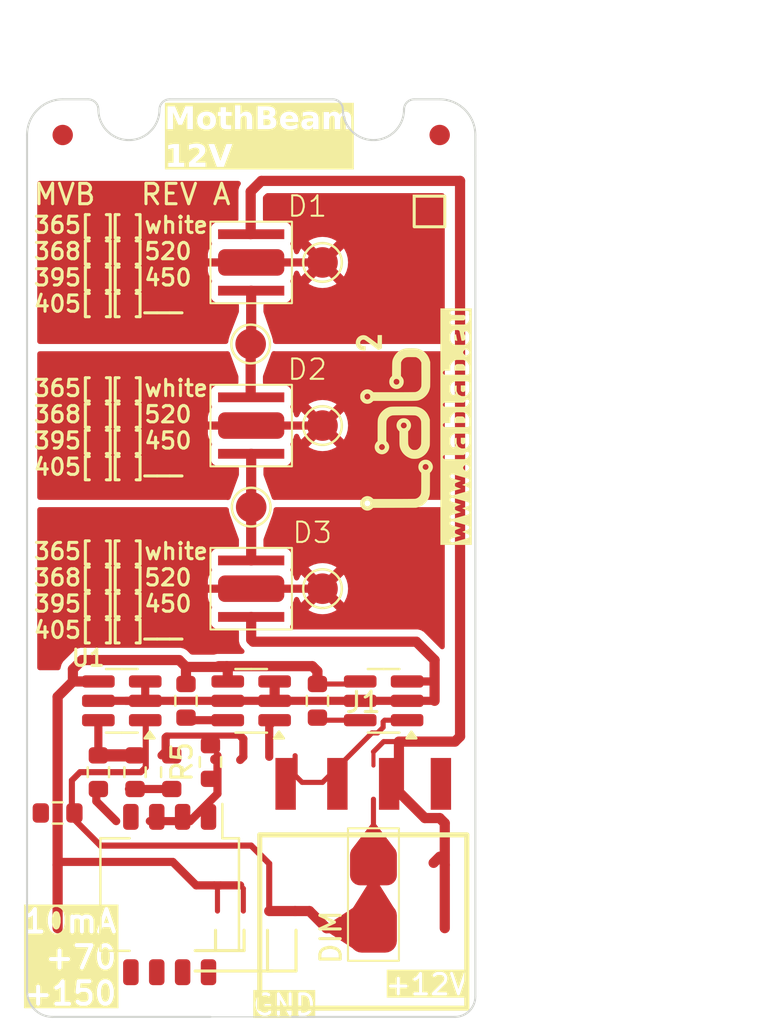
<source format=kicad_pcb>
(kicad_pcb (version 20241229) (generator "pcbnew") (generator_version "9.0")
  (layers (0 "F.Cu" signal) (2 "B.Cu" signal) (13 "F.Paste" user) (15 "B.Paste" user) (5 "F.SilkS" user "F.Silkscreen") (7 "B.SilkS" user "B.Silkscreen") (1 "F.Mask" user) (3 "B.Mask" user) (25 "Edge.Cuts" user))
  (net 0 "")
  (net 1 "/LED-")
  (net 2 "Net-(D1-K)")
  (net 3 "Net-(D2-K)")
  (net 4 "Net-(U3-REXT)")
  (net 5 "/LED+")
  (net 6 "EN")
  (net 7 "GND")
  (net 8 "Net-(R4-Pad2)")
  (net 9 "Net-(U1-REXT)")
  (net 10 "Net-(U2-REXT)")
  (net 11 "/T1")
  (net 12 "/T2")
  (net 13 "/T3")
  (net 14 "Net-(R6-Pad2)")
  (net 15 "Net-(R2-Pad2)")
  (net 16 "Net-(R3-Pad2)")
  (net 17 "Net-(U2-EN)")
  (net 18 "Net-(U3-EN)")
  (footprint "Fiducial:Fiducial_1mm_Mask3mm" (layer "F.Cu") (at 124.25 31.75)
    (property "Reference" "FID3" (hide yes))
    (property "Value" "Fiducial")
    (pad "" smd circle (at 0 0) (size 1 1) (layers "F.Cu" "F.Mask"))
  )
  (footprint "Button_Switch_SMD:SW_DIP_SPSTx04_Slide_KingTek_DSHP04TS_W7.62mm_P1.27mm" (layer "F.Cu") (at 111 69 -90)
    (property "Reference" "SW2" (hide yes))
    (property "Value" "SW_DIP_x04")
    (fp_line (start -2.76 3.4) (end 2.76 3.4) (stroke (width 0.12)) (layer "F.SilkS"))
    (fp_line (start -2.76 3.4) (end -2.76 1.965) (stroke (width 0.12)) (layer "F.SilkS"))
    (fp_line (start 2.76 3.4) (end 2.76 1.965) (stroke (width 0.12)) (layer "F.SilkS"))
    (fp_line (start -4.445 -2.585) (end -2.76 -2.585) (stroke (width 0.12)) (layer "F.SilkS"))
    (fp_line (start -2.76 -3.4) (end -2.76 -2.585) (stroke (width 0.12)) (layer "F.SilkS"))
    (fp_line (start -2.76 -3.4) (end 2.76 -3.4) (stroke (width 0.12)) (layer "F.SilkS"))
    (fp_line (start 2.76 -3.4) (end 2.76 -1.965) (stroke (width 0.12)) (layer "F.SilkS"))
    (pad "1" smd roundrect (at -3.81 -1.905 270) (size 1.27 0.76) (layers "F.Cu" "F.Mask" "F.Paste") (net 18 "Net-(U3-EN)"))
    (pad "2" smd roundrect (at -3.81 -0.635 270) (size 1.27 0.76) (layers "F.Cu" "F.Mask" "F.Paste") (net 17 "Net-(U2-EN)"))
    (pad "3" smd roundrect (at -3.81 0.635 270) (size 1.27 0.76) (layers "F.Cu" "F.Mask" "F.Paste") (net 14 "Net-(R6-Pad2)"))
    (pad "4" smd roundrect (at -3.81 1.905 270) (size 1.27 0.76) (layers "F.Cu" "F.Mask" "F.Paste") (net 8 "Net-(R4-Pad2)"))
    (pad "5" smd roundrect (at 3.81 1.905 270) (size 1.27 0.76) (layers "F.Cu" "F.Mask" "F.Paste") (net 7 "GND"))
    (pad "6" smd roundrect (at 3.81 0.635 270) (size 1.27 0.76) (layers "F.Cu" "F.Mask" "F.Paste") (net 7 "GND"))
    (pad "7" smd roundrect (at 3.81 -0.635 270) (size 1.27 0.76) (layers "F.Cu" "F.Mask" "F.Paste") (net 6 "EN"))
    (pad "8" smd roundrect (at 3.81 -1.905 270) (size 1.27 0.76) (layers "F.Cu" "F.Mask" "F.Paste") (net 6 "EN"))
  )
  (footprint "Resistor_SMD:R_0603_1608Metric" (layer "F.Cu") (at 111.1 63 90)
    (property "Reference" "R6" (hide yes))
    (property "Value" "5.1 1/3 W")
    (fp_line (start -0.237258 -0.5225) (end 0.237258 -0.5225) (stroke (width 0.12)) (layer "F.SilkS"))
    (fp_line (start -0.237258 0.5225) (end 0.237258 0.5225) (stroke (width 0.12)) (layer "F.SilkS"))
    (pad "1" smd roundrect (at -0.825 0 90) (size 0.8 0.95) (layers "F.Cu" "F.Mask" "F.Paste") (net 15 "Net-(R2-Pad2)"))
    (pad "2" smd roundrect (at 0.825 0 90) (size 0.8 0.95) (layers "F.Cu" "F.Mask" "F.Paste") (net 14 "Net-(R6-Pad2)"))
  )
  (footprint "Resistor_SMD:R_0603_1608Metric" (layer "F.Cu") (at 111.8 59.5 90)
    (property "Reference" "R9" (hide yes))
    (property "Value" "5.1 1/3 W")
    (fp_line (start -0.237258 -0.5225) (end 0.237258 -0.5225) (stroke (width 0.12)) (layer "F.SilkS"))
    (fp_line (start -0.237258 0.5225) (end 0.237258 0.5225) (stroke (width 0.12)) (layer "F.SilkS"))
    (pad "1" smd roundrect (at -0.825 0 90) (size 0.8 0.95) (layers "F.Cu" "F.Mask" "F.Paste") (net 10 "Net-(U2-REXT)"))
    (pad "2" smd roundrect (at 0.825 0 90) (size 0.8 0.95) (layers "F.Cu" "F.Mask" "F.Paste") (net 7 "GND"))
  )
  (footprint "TestPoint:TestPoint_Pad_D1.5mm" (layer "F.Cu") (at 115 50)
    (property "Reference" "TP1" (hide yes))
    (property "Value" "LED2+")
    (fp_circle (center 0 0) (end 0 0.95) (stroke (width 0.12)) (fill no) (layer "F.SilkS"))
    (pad "1" smd circle (at 0 0) (size 1.5 1.5) (layers "F.Cu" "F.Mask") (net 3 "Net-(D2-K)"))
  )
  (footprint "Fiducial:Fiducial_1mm_Mask3mm" (layer "F.Cu") (at 105.75 31.75)
    (property "Reference" "FID2" (hide yes))
    (property "Value" "Fiducial")
    (pad "" smd circle (at 0 0) (size 1 1) (layers "F.Cu" "F.Mask"))
  )
  (footprint "TestPoint:TestPoint_Pad_D1.5mm" (layer "F.Cu") (at 118.5 38)
    (property "Reference" "TP2" (hide yes))
    (property "Value" "LED2+")
    (fp_circle (center 0 0) (end 0 0.95) (stroke (width 0.12)) (fill no) (layer "F.SilkS"))
    (pad "1" smd circle (at 0 0) (size 1.5 1.5) (layers "F.Cu" "F.Mask") (net 11 "/T1"))
  )
  (footprint "TestPoint:TestPoint_Pad_D1.5mm" (layer "F.Cu") (at 118.5 54)
    (property "Reference" "TP5" (hide yes))
    (property "Value" "LED2+")
    (fp_circle (center 0 0) (end 0 0.95) (stroke (width 0.12)) (fill no) (layer "F.SilkS"))
    (pad "1" smd circle (at 0 0) (size 1.5 1.5) (layers "F.Cu" "F.Mask") (net 13 "/T3"))
  )
  (footprint "Package_TO_SOT_SMD:SC-74-6_1.55x2.9mm_P0.95mm" (layer "F.Cu") (at 108.65 59.5 180)
    (property "Reference" "U1" (at 1.65 2.1 0) (layer "F.SilkS") (effects (font (size 0.8 0.8))))
    (property "Value" "BCR421U")
    (fp_line (start 0 1.56) (end 0.775 1.56) (stroke (width 0.12)) (layer "F.SilkS"))
    (fp_line (start 0 1.56) (end -0.775 1.56) (stroke (width 0.12)) (layer "F.SilkS"))
    (fp_line (start 0 -1.56) (end 0.775 -1.56) (stroke (width 0.12)) (layer "F.SilkS"))
    (fp_line (start 0 -1.56) (end -0.775 -1.56) (stroke (width 0.12)) (layer "F.SilkS"))
    (fp_poly (pts (xy -1.3625 -1.51) (xy -1.6025 -1.84) (xy -1.1225 -1.84)) (stroke (width 0.12)) (fill yes) (layer "F.SilkS"))
    (pad "1" smd roundrect (at -1.15 -0.95 180) (size 1.6 0.6) (layers "F.Cu" "F.Mask" "F.Paste") (net 6 "EN"))
    (pad "2" smd roundrect (at -1.15 0 180) (size 1.6 0.6) (layers "F.Cu" "F.Mask" "F.Paste") (net 1 "/LED-"))
    (pad "3" smd roundrect (at -1.15 0.95 180) (size 1.6 0.6) (layers "F.Cu" "F.Mask" "F.Paste") (net 1 "/LED-"))
    (pad "4" smd roundrect (at 1.15 0.95 180) (size 1.6 0.6) (layers "F.Cu" "F.Mask" "F.Paste") (net 7 "GND"))
    (pad "5" smd roundrect (at 1.15 0 180) (size 1.6 0.6) (layers "F.Cu" "F.Mask" "F.Paste") (net 1 "/LED-"))
    (pad "6" smd roundrect (at 1.15 -0.95 180) (size 1.6 0.6) (layers "F.Cu" "F.Mask" "F.Paste") (net 9 "Net-(U1-REXT)"))
  )
  (footprint "TestPoint:TestPoint_Pad_D1.5mm" (layer "F.Cu") (at 114.9746 42)
    (property "Reference" "TP3" (hide yes))
    (property "Value" "LED2+" (hide yes))
    (fp_circle (center 0 0) (end 0 0.95) (stroke (width 0.12)) (fill no) (layer "F.SilkS"))
    (pad "1" smd circle (at 0 0) (size 1.5 1.5) (layers "F.Cu" "F.Mask") (net 2 "Net-(D1-K)"))
  )
  (footprint "Resistor_SMD:R_0603_1608Metric" (layer "F.Cu") (at 118.25 59.5 90)
    (property "Reference" "R1" (hide yes))
    (property "Value" "5.1 1/3 W")
    (fp_line (start -0.237258 -0.5225) (end 0.237258 -0.5225) (stroke (width 0.12)) (layer "F.SilkS"))
    (fp_line (start -0.237258 0.5225) (end 0.237258 0.5225) (stroke (width 0.12)) (layer "F.SilkS"))
    (pad "1" smd roundrect (at -0.825 0 90) (size 0.8 0.95) (layers "F.Cu" "F.Mask" "F.Paste") (net 4 "Net-(U3-REXT)"))
    (pad "2" smd roundrect (at 0.825 0 90) (size 0.8 0.95) (layers "F.Cu" "F.Mask" "F.Paste") (net 7 "GND"))
  )
  (footprint "Resistor_SMD:R_0603_1608Metric" (layer "F.Cu") (at 105.5 65 180)
    (property "Reference" "R4" (hide yes))
    (property "Value" "5.1 1/3 W")
    (fp_line (start -0.237258 0.5225) (end 0.237258 0.5225) (stroke (width 0.12)) (layer "F.SilkS"))
    (fp_line (start -0.237258 -0.5225) (end 0.237258 -0.5225) (stroke (width 0.12)) (layer "F.SilkS"))
    (pad "1" smd roundrect (at -0.825 0 180) (size 0.8 0.95) (layers "F.Cu" "F.Mask" "F.Paste") (net 16 "Net-(R3-Pad2)"))
    (pad "2" smd roundrect (at 0.825 0 180) (size 0.8 0.95) (layers "F.Cu" "F.Mask" "F.Paste") (net 8 "Net-(R4-Pad2)"))
  )
  (footprint "Resistor_SMD:R_0603_1608Metric" (layer "F.Cu") (at 113 62.5 -90)
    (property "Reference" "R5" (at 0 1.4 90) (layer "F.SilkS"))
    (property "Value" "5.1 1/3 W")
    (fp_line (start -0.237258 0.5225) (end 0.237258 0.5225) (stroke (width 0.12)) (layer "F.SilkS"))
    (fp_line (start -0.237258 -0.5225) (end 0.237258 -0.5225) (stroke (width 0.12)) (layer "F.SilkS"))
    (pad "1" smd roundrect (at -0.825 0 270) (size 0.8 0.95) (layers "F.Cu" "F.Mask" "F.Paste") (net 5 "/LED+"))
    (pad "2" smd roundrect (at 0.825 0 270) (size 0.8 0.95) (layers "F.Cu" "F.Mask" "F.Paste") (net 6 "EN"))
  )
  (footprint "LabLab:Wuerth_HP_Ceramic" (layer "F.Cu") (at 115 38 90)
    (property "Reference" "D1" (at 2.75 2.75 0) (layer "F.SilkS") (effects (font (thickness 0.1))))
    (property "Value" "LED1")
    (fp_rect (start -2 -2) (end 2 2) (stroke (width 0.1)) (fill no) (layer "F.SilkS"))
    (pad "1" smd custom (at -1.385 0 90) (size 0.48 3.25) (layers "F.Cu" "F.Mask" "F.Paste") (net 2 "Net-(D1-K)") (options (clearance outline) (anchor rect)) (primitives (gr_bbox (start -0.75 -0.25) (end 0 0.25) (fill yes))))
    (pad "2" smd custom (at 1.385 0 90) (size 0.48 3.25) (layers "F.Cu" "F.Mask" "F.Paste") (net 5 "/LED+") (options (clearance outline) (anchor rect)) (primitives (gr_bbox (start 0 -0.25) (end 0.75 0.25) (fill yes))))
    (pad "3" smd roundrect (at 0 0 90) (size 1.3 3.25) (layers "F.Cu" "F.Mask" "F.Paste") (net 11 "/T1"))
  )
  (footprint "Package_TO_SOT_SMD:SC-74-6_1.55x2.9mm_P0.95mm" (layer "F.Cu") (at 115 59.5 180)
    (property "Reference" "U2" (hide yes))
    (property "Value" "BCR421U")
    (fp_line (start 0 1.56) (end 0.775 1.56) (stroke (width 0.12)) (layer "F.SilkS"))
    (fp_line (start 0 1.56) (end -0.775 1.56) (stroke (width 0.12)) (layer "F.SilkS"))
    (fp_line (start 0 -1.56) (end 0.775 -1.56) (stroke (width 0.12)) (layer "F.SilkS"))
    (fp_line (start 0 -1.56) (end -0.775 -1.56) (stroke (width 0.12)) (layer "F.SilkS"))
    (fp_poly (pts (xy -1.3625 -1.51) (xy -1.6025 -1.84) (xy -1.1225 -1.84)) (stroke (width 0.12)) (fill yes) (layer "F.SilkS"))
    (pad "1" smd roundrect (at -1.15 -0.95 180) (size 1.6 0.6) (layers "F.Cu" "F.Mask" "F.Paste") (net 17 "Net-(U2-EN)"))
    (pad "2" smd roundrect (at -1.15 0 180) (size 1.6 0.6) (layers "F.Cu" "F.Mask" "F.Paste") (net 1 "/LED-"))
    (pad "3" smd roundrect (at -1.15 0.95 180) (size 1.6 0.6) (layers "F.Cu" "F.Mask" "F.Paste") (net 1 "/LED-"))
    (pad "4" smd roundrect (at 1.15 0.95 180) (size 1.6 0.6) (layers "F.Cu" "F.Mask" "F.Paste") (net 7 "GND"))
    (pad "5" smd roundrect (at 1.15 0 180) (size 1.6 0.6) (layers "F.Cu" "F.Mask" "F.Paste") (net 1 "/LED-"))
    (pad "6" smd roundrect (at 1.15 -0.95 180) (size 1.6 0.6) (layers "F.Cu" "F.Mask" "F.Paste") (net 10 "Net-(U2-REXT)"))
  )
  (footprint "LabLab:2834171-3" (layer "F.Cu") (at 121 69 90)
    (property "Reference" "J3" (hide yes))
    (property "Value" "EN")
    (fp_rect (start -3.25 -1.25) (end 3.25 1.25) (stroke (width 0.1)) (fill no) (layer "F.SilkS"))
    (pad "1" smd roundrect (at -1.65 0 90) (size 2.4 2.3) (layers "F.Cu" "F.Mask" "F.Paste") (net 6 "EN"))
    (pad "1" smd roundrect (at 1.45 0 90) (size 2 2.3) (layers "F.Cu" "F.Mask" "F.Paste") (net 6 "EN"))
  )
  (footprint "LabLab:logo_10mm_5mm" (layer "F.Cu") (at 122 46 90)
    (property "Reference" "H1" (hide yes))
    (property "Value" "LabLab Logo" (hide yes))
    (fp_poly (pts (xy 4.137674 -1.860048) (xy 4.21182 -1.836442) (xy 4.278747 -1.798387) (xy 4.336456 -1.746937) (xy 4.370075 -1.703848) (xy 4.408129 -1.63249) (xy 4.429936 -1.557722) (xy 4.435344 -1.481276) (xy 4.424205 -1.404882) (xy 4.401603 -1.341262) (xy 4.39173 -1.324062) (xy 4.372803 -1.295131) (xy 4.346162 -1.256367) (xy 4.313145 -1.209666) (xy 4.275093 -1.156927) (xy 4.233344 -1.100047) (xy 4.1953 -1.048993) (xy 4.009381 -0.801249) (xy 4.224191 -0.798959) (xy 4.439002 -0.79667) (xy 4.439002 -0.582726) (xy 3.787876 -0.582726) (xy 3.744869 -0.668428) (xy 3.701861 -0.754131) (xy 3.947051 -1.080817) (xy 3.996817 -1.147387) (xy 4.043698 -1.210601) (xy 4.08662 -1.268977) (xy 4.124511 -1.321033) (xy 4.156299 -1.365288) (xy 4.180911 -1.400258) (xy 4.197275 -1.424462) (xy 4.204218 -1.436169) (xy 4.2154 -1.48326) (xy 4.211242 -1.529738) (xy 4.193393 -1.572713) (xy 4.163498 -1.609294) (xy 4.123206 -1.636588) (xy 4.082216 -1.650288) (xy 4.045939 -1.650605) (xy 4.005709 -1.640278) (xy 3.968943 -1.621489) (xy 3.959192 -1.614105) (xy 3.934475 -1.58926) (xy 3.917554 -1.561036) (xy 3.906822 -1.525315) (xy 3.900672 -1.477978) (xy 3.899493 -1.4611) (xy 3.894838 -1.383975) (xy 3.680601 -1.383975) (xy 3.68199 -1.471617) (xy 3.687269 -1.548858) (xy 3.701372 -1.614168) (xy 3.725706 -1.671069) (xy 3.761679 -1.723082) (xy 3.798048 -1.761875) (xy 3.855979 -1.810039) (xy 3.915159 -1.842779) (xy 3.979339 -1.861629) (xy 4.052273 -1.86812) (xy 4.058312 -1.868151)) (fill yes) (layer "F.SilkS"))
    (fp_poly (pts (xy -3.770753 -1.649153) (xy -3.739967 -1.647133) (xy -3.71583 -1.642685) (xy -3.693106 -1.634924) (xy -3.672629 -1.62583) (xy -3.602829 -1.58445) (xy -3.545951 -1.531862) (xy -3.502202 -1.468347) (xy -3.471788 -1.394189) (xy -3.457811 -1.331489) (xy -3.456595 -1.290576) (xy -3.462797 -1.241333) (xy -3.475197 -1.190236) (xy -3.49258 -1.14376) (xy -3.493448 -1.141906) (xy -3.510915 -1.111419) (xy -3.535047 -1.077161) (xy -3.556955 -1.050725) (xy -3.59919 -1.004514) (xy -3.59919 0.002174) (xy -3.599114 0.170368) (xy -3.598887 0.325175) (xy -3.598513 0.466222) (xy -3.597995 0.593137) (xy -3.597336 0.705547) (xy -3.596539 0.803078) (xy -3.595607 0.885358) (xy -3.594544 0.952013) (xy -3.593351 1.002672) (xy -3.592033 1.03696) (xy -3.590592 1.054505) (xy -3.590501 1.055021) (xy -3.568772 1.125839) (xy -3.532637 1.189801) (xy -3.484105 1.244972) (xy -3.425188 1.289419) (xy -3.357895 1.321206) (xy -3.298018 1.336444) (xy -3.277208 1.33838) (xy -3.240596 1.340127) (xy -3.189518 1.341661) (xy -3.125312 1.34296) (xy -3.049312 1.344001) (xy -2.962857 1.344761) (xy -2.867281 1.345216) (xy -2.781631 1.345347) (xy -2.319706 1.345411) (xy -2.275322 1.303435) (xy -2.214081 1.256004) (xy -2.148579 1.223857) (xy -2.080695 1.206274) (xy -2.012306 1.202536) (xy -1.945291 1.211925) (xy -1.88153 1.233722) (xy -1.822899 1.267209) (xy -1.77128 1.311667) (xy -1.728548 1.366378) (xy -1.696585 1.430622) (xy -1.677267 1.503682) (xy -1.673633 1.5336) (xy -1.675428 1.609164) (xy -1.692895 1.680344) (xy -1.724781 1.745456) (xy -1.769835 1.802816) (xy -1.826803 1.850739) (xy -1.894434 1.887541) (xy -1.951217 1.906785) (xy -2.002013 1.916591) (xy -2.049856 1.917311) (xy -2.098017 1.910398) (xy -2.162089 1.890184) (xy -2.224416 1.856387) (xy -2.27391 1.817198) (xy -2.319706 1.773886) (xy -2.821582 1.773886) (xy -2.933812 1.773849) (xy -3.030438 1.773664) (xy -3.112995 1.773219) (xy -3.183018 1.772405) (xy -3.242042 1.77111) (xy -3.291602 1.769224) (xy -3.333232 1.766636) (xy -3.368469 1.763235) (xy -3.398847 1.758911) (xy -3.4259 1.753552) (xy -3.451165 1.747048) (xy -3.476175 1.739289) (xy -3.502466 1.730163) (xy -3.521038 1.723421) (xy -3.616781 1.679673) (xy -3.707543 1.62123) (xy -3.789686 1.551384) (xy -2.171975 1.551384) (xy -2.16779 1.595655) (xy -2.149779 1.636302) (xy -2.11863 1.670166) (xy -2.087347 1.68908) (xy -2.054721 1.701394) (xy -2.026705 1.704304) (xy -1.99413 1.69852) (xy -1.987744 1.696797) (xy -1.956604 1.681403) (xy -1.926085 1.655351) (xy -1.902132 1.62427) (xy -1.894385 1.608366) (xy -1.886019 1.563421) (xy -1.892728 1.518411) (xy -1.912944 1.477376) (xy -1.945101 1.444356) (xy -1.962073 1.433701) (xy -2.009389 1.417066) (xy -2.055532 1.416737) (xy -2.098192 1.432304) (xy -2.135058 1.463356) (xy -2.136122 1.464609) (xy -2.161648 1.506649) (xy -2.171975 1.551384) (xy -3.789686 1.551384) (xy -3.790911 1.550342) (xy -3.864473 1.46926) (xy -3.925816 1.380234) (xy -3.960705 1.313271) (xy -3.975182 1.277746) (xy -3.990935 1.233427) (xy -4.00522 1.18818) (xy -4.009218 1.17412) (xy -4.031594 1.092611) (xy -4.036936 -1.014459) (xy -4.074353 -1.05446) (xy -4.121126 -1.115904) (xy -4.152651 -1.182265) (xy -4.169338 -1.251492) (xy -4.170673 -1.292912) (xy -3.958105 -1.292912) (xy -3.951059 -1.25169) (xy -3.931257 -1.213205) (xy -3.898021 -1.180377) (xy -3.887223 -1.173206) (xy -3.853455 -1.160793) (xy -3.812192 -1.157314) (xy -3.770634 -1.162879) (xy -3.747544 -1.171076) (xy -3.71234 -1.196782) (xy -3.686994 -1.233866) (xy -3.673907 -1.278278) (xy -3.672643 -1.297493) (xy -3.680273 -1.346063) (xy -3.701665 -1.386449) (xy -3.734576 -1.416594) (xy -3.776759 -1.434436) (xy -3.82572 -1.437937) (xy -3.872285 -1.426805) (xy -3.909484 -1.403818) (xy -3.936639 -1.371895) (xy -3.953072 -1.333953) (xy -3.958105 -1.292912) (xy -4.170673 -1.292912) (xy -4.171596 -1.321536) (xy -4.159836 -1.390346) (xy -4.13447 -1.455873) (xy -4.095906 -1.516067) (xy -4.044555 -1.568876) (xy -3.980829 -1.612252) (xy -3.960648 -1.622511) (xy -3.933136 -1.634907) (xy -3.910188 -1.642824) (xy -3.886419 -1.647256) (xy -3.856444 -1.649194) (xy -3.81488 -1.649629) (xy -3.813427 -1.649629)) (fill yes) (layer "F.SilkS"))
    (fp_poly (pts (xy 1.464108 -1.649236) (xy 1.494362 -1.647392) (xy 1.518229 -1.643103) (xy 1.541081 -1.635373) (xy 1.568291 -1.623209) (xy 1.570566 -1.622133) (xy 1.637383 -1.581829) (xy 1.691825 -1.53133) (xy 1.733492 -1.472707) (xy 1.761981 -1.408026) (xy 1.776891 -1.339359) (xy 1.777821 -1.268772) (xy 1.764369 -1.198337) (xy 1.736134 -1.13012) (xy 1.692713 -1.066192) (xy 1.681027 -1.052847) (xy 1.636775 -1.004514) (xy 1.636775 0.006459) (xy 1.636851 0.175083) (xy 1.637076 0.3303) (xy 1.637449 0.47174) (xy 1.637965 0.599033) (xy 1.638621 0.711809) (xy 1.639415 0.809697) (xy 1.640343 0.892328) (xy 1.641403 0.959332) (xy 1.642591 1.010337) (xy 1.643905 1.044975) (xy 1.645341 1.062875) (xy 1.645464 1.063591) (xy 1.667377 1.135321) (xy 1.703734 1.200281) (xy 1.752489 1.25637) (xy 1.811595 1.301486) (xy 1.879007 1.333531) (xy 1.919569 1.344971) (xy 1.935321 1.347185) (xy 1.960927 1.349032) (xy 1.997265 1.350524) (xy 2.045213 1.35167) (xy 2.105648 1.352482) (xy 2.179448 1.352971) (xy 2.267491 1.353146) (xy 2.370654 1.353019) (xy 2.489815 1.352601) (xy 2.52846 1.352423) (xy 3.090219 1.349696) (xy 3.15481 1.317768) (xy 3.222241 1.27576) (xy 3.277107 1.222295) (xy 3.320318 1.156447) (xy 3.327666 1.141657) (xy 3.35496 1.084042) (xy 3.357765 0.876884) (xy 3.358498 0.807234) (xy 3.358519 0.752164) (xy 3.357721 0.709125) (xy 3.355995 0.675569) (xy 3.353234 0.648945) (xy 3.349331 0.626707) (xy 3.346736 0.615725) (xy 3.319522 0.542299) (xy 3.278408 0.478466) (xy 3.224364 0.425407) (xy 3.158361 0.384305) (xy 3.155297 0.382837) (xy 3.097875 0.355634) (xy 2.764347 0.353109) (xy 2.430819 0.350585) (xy 2.391574 0.388221) (xy 2.331803 0.436324) (xy 2.268871 0.468134) (xy 2.200526 0.484472) (xy 2.124518 0.486161) (xy 2.123527 0.486094) (xy 2.04873 0.472994) (xy 1.980952 0.445621) (xy 1.92149 0.405856) (xy 1.871641 0.355579) (xy 1.832703 0.296671) (xy 1.805971 0.231011) (xy 1.792745 0.160481) (xy 1.793521 0.124237) (xy 2.006615 0.124237) (xy 2.00708 0.137672) (xy 2.017323 0.18724) (xy 2.040796 0.226248) (xy 2.078199 0.255827) (xy 2.080936 0.257345) (xy 2.116838 0.269327) (xy 2.15804 0.271806) (xy 2.197628 0.26507) (xy 2.226284 0.251278) (xy 2.26039 0.216866) (xy 2.281398 0.176095) (xy 2.289332 0.1323) (xy 2.284218 0.088818) (xy 2.26608 0.048983) (xy 2.234943 0.016133) (xy 2.224485 0.009001) (xy 2.187478 -0.0053) (xy 2.144468 -0.009099) (xy 2.102421 -0.002484) (xy 2.073148 0.010915) (xy 2.035517 0.043411) (xy 2.01372 0.080454) (xy 2.006615 0.124237) (xy 1.793521 0.124237) (xy 1.794319 0.086961) (xy 1.807082 0.027338) (xy 1.836959 -0.043614) (xy 1.879262 -0.104262) (xy 1.932065 -0.153666) (xy 1.993438 -0.190887) (xy 2.061455 -0.214984) (xy 2.134188 -0.225018) (xy 2.209708 -0.220049) (xy 2.277911 -0.202173) (xy 2.322031 -0.182137) (xy 2.364751 -0.153196) (xy 2.403745 -0.119106) (xy 2.438023 -0.086624) (xy 2.785088 -0.083603) (xy 2.879802 -0.082679) (xy 2.95938 -0.081521) (xy 3.025826 -0.079858) (xy 3.081142 -0.077421) (xy 3.127331 -0.073939) (xy 3.166397 -0.069143) (xy 3.200342 -0.062763) (xy 3.231171 -0.054529) (xy 3.260885 -0.044171) (xy 3.291488 -0.031419) (xy 3.324984 -0.016004) (xy 3.340044 -0.008839) (xy 3.442883 0.049262) (xy 3.533609 0.119481) (xy 3.612315 0.201911) (xy 3.679099 0.296641) (xy 3.701282 0.335718) (xy 3.728654 0.391515) (xy 3.750711 0.447549) (xy 3.767852 0.506262) (xy 3.780471 0.570096) (xy 3.788967 0.641492) (xy 3.793735 0.722892) (xy 3.795171 0.816738) (xy 3.794092 0.907069) (xy 3.792525 0.973721) (xy 3.790806 1.026279) (xy 3.788658 1.067787) (xy 3.785801 1.101289) (xy 3.781956 1.129829) (xy 3.776845 1.156453) (xy 3.770189 1.184203) (xy 3.767909 1.192978) (xy 3.730332 1.303264) (xy 3.678332 1.405135) (xy 3.612965 1.497531) (xy 3.535286 1.579398) (xy 3.44635 1.649677) (xy 3.347213 1.707312) (xy 3.238932 1.751246) (xy 3.198242 1.763416) (xy 3.115014 1.786071) (xy 2.532288 1.787704) (xy 2.432224 1.787874) (xy 2.335953 1.787824) (xy 2.245046 1.787569) (xy 2.16108 1.787124) (xy 2.085628 1.786501) (xy 2.020264 1.785717) (xy 1.966562 1.784784) (xy 1.926097 1.783717) (xy 1.900442 1.78253) (xy 1.89386 1.781924) (xy 1.837712 1.771273) (xy 1.774114 1.754137) (xy 1.710356 1.732781) (xy 1.653725 1.709468) (xy 1.641129 1.703397) (xy 1.54841 1.647745) (xy 1.462739 1.57814) (xy 1.386397 1.497092) (xy 1.321665 1.407112) (xy 1.270822 1.310708) (xy 1.259644 1.283574) (xy 1.252227 1.264558) (xy 1.245559 1.247182) (xy 1.239602 1.230477) (xy 1.234316 1.213479) (xy 1.229659 1.195221) (xy 1.225594 1.174736) (xy 1.222079 1.151058) (xy 1.219074 1.12322) (xy 1.21654 1.090256) (xy 1.214437 1.0512) (xy 1.212724 1.005086) (xy 1.211362 0.950946) (xy 1.210311 0.887815) (xy 1.209531 0.814725) (xy 1.208981 0.730712) (xy 1.208623 0.634808) (xy 1.208415 0.526046) (xy 1.208318 0.403461) (xy 1.208293 0.266087) (xy 1.208298 0.112956) (xy 1.2083 0.041894) (xy 1.2083 -1.005261) (xy 1.164989 -1.051056) (xy 1.117753 -1.112419) (xy 1.085663 -1.178925) (xy 1.068339 -1.248457) (xy 1.065497 -1.316636) (xy 1.279446 -1.316636) (xy 1.280126 -1.277326) (xy 1.295363 -1.235295) (xy 1.296137 -1.233751) (xy 1.323373 -1.193947) (xy 1.358224 -1.169008) (xy 1.402573 -1.157788) (xy 1.422519 -1.156883) (xy 1.455425 -1.158723) (xy 1.480032 -1.165968) (xy 1.50495 -1.181202) (xy 1.505995 -1.181956) (xy 1.539777 -1.215303) (xy 1.559399 -1.253792) (xy 1.565902 -1.294657) (xy 1.56033 -1.335129) (xy 1.543727 -1.37244) (xy 1.517136 -1.403823) (xy 1.481599 -1.426509) (xy 1.43816 -1.437731) (xy 1.409545 -1.437879) (xy 1.361008 -1.426536) (xy 1.322734 -1.401617) (xy 1.295243 -1.363471) (xy 1.293185 -1.359114) (xy 1.279446 -1.316636) (xy 1.065497 -1.316636) (xy 1.065403 -1.318896) (xy 1.076474 -1.388124) (xy 1.101174 -1.454022) (xy 1.139123 -1.514474) (xy 1.189943 -1.56736) (xy 1.253253 -1.610562) (xy 1.266371 -1.617357) (xy 1.296567 -1.631858) (xy 1.320154 -1.641202) (xy 1.342588 -1.646522) (xy 1.369321 -1.648946) (xy 1.405806 -1.649606) (xy 1.422093 -1.649629)) (fill yes) (layer "F.SilkS"))
    (fp_poly (pts (xy -0.989145 -0.935087) (xy -0.917796 -0.913923) (xy -0.851485 -0.877625) (xy -0.804809 -0.839106) (xy -0.761543 -0.796964) (xy -0.260437 -0.796964) (xy -0.148101 -0.796925) (xy -0.051376 -0.796732) (xy 0.031266 -0.796271) (xy 0.101355 -0.795427) (xy 0.160418 -0.794087) (xy 0.209984 -0.792134) (xy 0.251581 -0.789456) (xy 0.286737 -0.785937) (xy 0.31698 -0.781463) (xy 0.34384 -0.77592) (xy 0.368843 -0.769193) (xy 0.39352 -0.761169) (xy 0.419397 -0.751731) (xy 0.437838 -0.744688) (xy 0.525972 -0.702602) (xy 0.611115 -0.646451) (xy 0.690516 -0.57891) (xy 0.76142 -0.502658) (xy 0.821076 -0.42037) (xy 0.86673 -0.334723) (xy 0.871802 -0.322729) (xy 0.882529 -0.296804) (xy 0.891833 -0.274216) (xy 0.899821 -0.253599) (xy 0.906599 -0.233585) (xy 0.912272 -0.212807) (xy 0.916947 -0.189898) (xy 0.920731 -0.163491) (xy 0.92373 -0.132218) (xy 0.926049 -0.094712) (xy 0.927796 -0.049606) (xy 0.929075 0.004468) (xy 0.929995 0.068875) (xy 0.930661 0.144985) (xy 0.931178 0.234163) (xy 0.931654 0.337777) (xy 0.932181 0.454183) (xy 0.932711 0.590581) (xy 0.932922 0.710307) (xy 0.93281 0.813825) (xy 0.93237 0.9016) (xy 0.931598 0.974095) (xy 0.930489 1.031774) (xy 0.929037 1.075102) (xy 0.92724 1.104543) (xy 0.925566 1.11832) (xy 0.895933 1.23359) (xy 0.851692 1.340403) (xy 0.793575 1.437942) (xy 0.722316 1.52539) (xy 0.638648 1.60193) (xy 0.543305 1.666744) (xy 0.437019 1.719015) (xy 0.36239 1.745886) (xy 0.287079 1.769417) (xy -0.329925 1.771132) (xy -0.452451 1.771418) (xy -0.559021 1.771539) (xy -0.650819 1.771475) (xy -0.729028 1.771208) (xy -0.794832 1.77072) (xy -0.849412 1.769993) (xy -0.893953 1.769008) (xy -0.929638 1.767747) (xy -0.957649 1.766192) (xy -0.979169 1.764324) (xy -0.995383 1.762126) (xy -1.002631 1.760733) (xy -1.040096 1.751397) (xy -1.08384 1.738775) (xy -1.122604 1.726201) (xy -1.225623 1.681382) (xy -1.320357 1.622321) (xy -1.405467 1.550447) (xy -1.479613 1.467186) (xy -1.541456 1.373968) (xy -1.589656 1.272218) (xy -1.612519 1.204015) (xy -1.623581 1.150717) (xy -1.63041 1.087168) (xy -1.632947 1.01891) (xy -1.631132 0.951482) (xy -1.624907 0.890427) (xy -1.616304 0.8484) (xy -1.578601 0.742674) (xy -1.526506 0.644027) (xy -1.461452 0.554032) (xy -1.416076 0.506766) (xy -0.13522 0.506766) (xy -0.123937 0.547362) (xy -0.101252 0.583395) (xy -0.06747 0.611698) (xy -0.035018 0.625953) (xy 0.003131 0.632768) (xy 0.038971 0.627398) (xy 0.068814 0.614861) (xy 0.108614 0.58763) (xy 0.133551 0.552786) (xy 0.144774 0.508442) (xy 0.145682 0.488461) (xy 0.142933 0.45101) (xy 0.133459 0.422568) (xy 0.126331 0.410461) (xy 0.101672 0.384424) (xy 0.067569 0.361993) (xy 0.030842 0.346952) (xy 0.004285 0.34278) (xy -0.019371 0.346701) (xy -0.048363 0.356595) (xy -0.060277 0.362061) (xy -0.09763 0.389254) (xy -0.122369 0.424546) (xy -0.134798 0.464772) (xy -0.13522 0.506766) (xy -1.416076 0.506766) (xy -1.384871 0.474262) (xy -1.298197 0.406289) (xy -1.202862 0.351687) (xy -1.139515 0.325049) (xy -1.105292 0.312836) (xy -1.074359 0.302749) (xy -1.04464 0.294586) (xy -1.014057 0.288144) (xy -0.980533 0.28322) (xy -0.941992 0.279612) (xy -0.896355 0.277117) (xy -0.841545 0.275534) (xy -0.775487 0.274659) (xy -0.696102 0.27429) (xy -0.618078 0.274224) (xy -0.286062 0.274224) (xy -0.242966 0.232684) (xy -0.181982 0.185026) (xy -0.11492 0.152312) (xy -0.044047 0.134561) (xy 0.028371 0.131794) (xy 0.100068 0.14403) (xy 0.168776 0.171289) (xy 0.23223 0.213593) (xy 0.248964 0.22834) (xy 0.299949 0.285411) (xy 0.335026 0.347209) (xy 0.355125 0.415863) (xy 0.36118 0.485901) (xy 0.35409 0.561779) (xy 0.332979 0.63036) (xy 0.299683 0.690857) (xy 0.256036 0.742477) (xy 0.203875 0.784432) (xy 0.145035 0.81593) (xy 0.081351 0.836181) (xy 0.01466 0.844396) (xy -0.053205 0.839784) (xy -0.120406 0.821554) (xy -0.185109 0.788917) (xy -0.241135 0.745221) (xy -0.286427 0.702699) (xy -0.578684 0.702699) (xy -0.660246 0.702988) (xy -0.73435 0.703821) (xy -0.799124 0.705148) (xy -0.852693 0.706918) (xy -0.893184 0.709078) (xy -0.918724 0.711579) (xy -0.92139 0.712025) (xy -0.993865 0.73337) (xy -1.059412 0.76843) (xy -1.115432 0.815376) (xy -1.159324 0.87238) (xy -1.166053 0.884149) (xy -1.179959 0.910988) (xy -1.188617 0.932805) (xy -1.19326 0.955297) (xy -1.195124 0.984162) (xy -1.195445 1.01977) (xy -1.194891 1.06012) (xy -1.192503 1.089044) (xy -1.187187 1.11224) (xy -1.177853 1.135404) (xy -1.170345 1.150717) (xy -1.132401 1.207558) (xy -1.081295 1.257003) (xy -1.020182 1.296889) (xy -0.952221 1.325051) (xy -0.898135 1.337252) (xy -0.87753 1.338946) (xy -0.84187 1.340432) (xy -0.793084 1.34171) (xy -0.733098 1.342781) (xy -0.663837 1.343645) (xy -0.58723 1.344303) (xy -0.505202 1.344757) (xy -0.419679 1.345005) (xy -0.33259 1.345049) (xy -0.245859 1.34489) (xy -0.161414 1.344529) (xy -0.081182 1.343965) (xy -0.007088 1.343199) (xy 0.058939 1.342232) (xy 0.114975 1.341065) (xy 0.159092 1.339699) (xy 0.189364 1.338133) (xy 0.201384 1.336902) (xy 0.274037 1.316768) (xy 0.340106 1.282303) (xy 0.397561 1.235481) (xy 0.444369 1.178277) (xy 0.478498 1.112665) (xy 0.496286 1.050332) (xy 0.498306 1.030409) (xy 0.500087 0.995274) (xy 0.501628 0.94684) (xy 0.502931 0.887023) (xy 0.503994 0.817735) (xy 0.504818 0.74089) (xy 0.505404 0.658403) (xy 0.50575 0.572186) (xy 0.505857 0.484154) (xy 0.505725 0.39622) (xy 0.505354 0.310299) (xy 0.504744 0.228303) (xy 0.503895 0.152148) (xy 0.502807 0.083746) (xy 0.50148 0.025011) (xy 0.499915 -0.022142) (xy 0.49811 -0.0558) (xy 0.496275 -0.07301) (xy 0.474606 -0.145416) (xy 0.438724 -0.210902) (xy 0.390617 -0.267451) (xy 0.332272 -0.313049) (xy 0.265675 -0.345681) (xy 0.213209 -0.360114) (xy 0.19562 -0.361814) (xy 0.162431 -0.363377) (xy 0.115177 -0.364778) (xy 0.055398 -0.365993) (xy -0.015369 -0.366996) (xy -0.095587 -0.367762) (xy -0.183718 -0.368266) (xy -0.278224 -0.368482) (xy -0.298131 -0.368489) (xy -0.765314 -0.368489) (xy -0.811109 -0.325178) (xy -0.87043 -0.279449) (xy -0.93634 -0.246966) (xy -1.005778 -0.228713) (xy -1.075683 -0.225675) (xy -1.107608 -0.229743) (xy -1.184036 -0.252234) (xy -1.252035 -0.288903) (xy -1.310123 -0.338264) (xy -1.356818 -0.398826) (xy -1.390639 -0.4691) (xy -1.407356 -0.530912) (xy -1.411479 -0.598043) (xy -1.411209 -0.599708) (xy -1.197434 -0.599708) (xy -1.194011 -0.555015) (xy -1.187295 -0.535277) (xy -1.167989 -0.498318) (xy -1.143697 -0.472746) (xy -1.10975 -0.453162) (xy -1.072292 -0.440137) (xy -1.038786 -0.439581) (xy -1.001709 -0.451493) (xy -0.997992 -0.453153) (xy -0.955376 -0.480493) (xy -0.926251 -0.51597) (xy -0.911148 -0.556786) (xy -0.9106 -0.600146) (xy -0.925138 -0.643256) (xy -0.954371 -0.682403) (xy -0.995338 -0.713367) (xy -1.038524 -0.727637) (xy -1.082284 -0.725215) (xy -1.124976 -0.706098) (xy -1.153647 -0.682481) (xy -1.183938 -0.642375) (xy -1.197434 -0.599708) (xy -1.411209 -0.599708) (xy -1.400443 -0.666155) (xy -1.375782 -0.732345) (xy -1.33903 -0.793706) (xy -1.291721 -0.847334) (xy -1.23539 -0.890324) (xy -1.210307 -0.904071) (xy -1.137711 -0.930531) (xy -1.06322 -0.940746)) (fill yes) (layer "F.SilkS"))
  )
  (footprint "Resistor_SMD:R_0603_1608Metric" (layer "F.Cu") (at 107.5 63 -90)
    (property "Reference" "R3" (hide yes))
    (property "Value" "5.1 1/3 W")
    (fp_line (start -0.237258 0.5225) (end 0.237258 0.5225) (stroke (width 0.12)) (layer "F.SilkS"))
    (fp_line (start -0.237258 -0.5225) (end 0.237258 -0.5225) (stroke (width 0.12)) (layer "F.SilkS"))
    (pad "1" smd roundrect (at -0.825 0 270) (size 0.8 0.95) (layers "F.Cu" "F.Mask" "F.Paste") (net 9 "Net-(U1-REXT)"))
    (pad "2" smd roundrect (at 0.825 0 270) (size 0.8 0.95) (layers "F.Cu" "F.Mask" "F.Paste") (net 16 "Net-(R3-Pad2)"))
  )
  (footprint "LabLab:Wuerth_HP_Ceramic" (layer "F.Cu") (at 115 46 90)
    (property "Reference" "D2" (at 2.75 2.75 0) (layer "F.SilkS") (effects (font (thickness 0.1))))
    (property "Value" "LED2")
    (fp_rect (start -2 -2) (end 2 2) (stroke (width 0.1)) (fill no) (layer "F.SilkS"))
    (pad "1" smd custom (at -1.385 0 90) (size 0.48 3.25) (layers "F.Cu" "F.Mask" "F.Paste") (net 3 "Net-(D2-K)") (options (clearance outline) (anchor rect)) (primitives (gr_bbox (start -0.75 -0.25) (end 0 0.25) (fill yes))))
    (pad "2" smd custom (at 1.385 0 90) (size 0.48 3.25) (layers "F.Cu" "F.Mask" "F.Paste") (net 2 "Net-(D1-K)") (options (clearance outline) (anchor rect)) (primitives (gr_bbox (start 0 -0.25) (end 0.75 0.25) (fill yes))))
    (pad "3" smd roundrect (at 0 0 90) (size 1.3 3.25) (layers "F.Cu" "F.Mask" "F.Paste") (net 12 "/T2"))
  )
  (footprint "TestPoint:TestPoint_Pad_D1.5mm" (layer "F.Cu") (at 118.5 46)
    (property "Reference" "TP4" (hide yes))
    (property "Value" "LED2+")
    (fp_circle (center 0 0) (end 0 0.95) (stroke (width 0.12)) (fill no) (layer "F.SilkS"))
    (pad "1" smd circle (at 0 0) (size 1.5 1.5) (layers "F.Cu" "F.Mask") (net 12 "/T2"))
  )
  (footprint "LabLab:Wuerth_HP_Ceramic" (layer "F.Cu") (at 115 54 90)
    (property "Reference" "D3" (at 2.75 3 0) (layer "F.SilkS") (effects (font (thickness 0.1))))
    (property "Value" "LED3")
    (fp_rect (start -2 -2) (end 2 2) (stroke (width 0.1)) (fill no) (layer "F.SilkS"))
    (pad "1" smd custom (at -1.385 0 90) (size 0.48 3.25) (layers "F.Cu" "F.Mask" "F.Paste") (net 1 "/LED-") (options (clearance outline) (anchor rect)) (primitives (gr_bbox (start -0.75 -0.25) (end 0 0.25) (fill yes))))
    (pad "2" smd custom (at 1.385 0 90) (size 0.48 3.25) (layers "F.Cu" "F.Mask" "F.Paste") (net 3 "Net-(D2-K)") (options (clearance outline) (anchor rect)) (primitives (gr_bbox (start 0 -0.25) (end 0.75 0.25) (fill yes))))
    (pad "3" smd roundrect (at 0 0 90) (size 1.3 3.25) (layers "F.Cu" "F.Mask" "F.Paste") (net 13 "/T3"))
  )
  (footprint "Resistor_SMD:R_0603_1608Metric" (layer "F.Cu") (at 109.3 63 -90)
    (property "Reference" "R2" (hide yes))
    (property "Value" "5.1 1/3 W")
    (fp_line (start -0.237258 0.5225) (end 0.237258 0.5225) (stroke (width 0.12)) (layer "F.SilkS"))
    (fp_line (start -0.237258 -0.5225) (end 0.237258 -0.5225) (stroke (width 0.12)) (layer "F.SilkS"))
    (pad "1" smd roundrect (at -0.825 0 270) (size 0.8 0.95) (layers "F.Cu" "F.Mask" "F.Paste") (net 9 "Net-(U1-REXT)"))
    (pad "2" smd roundrect (at 0.825 0 270) (size 0.8 0.95) (layers "F.Cu" "F.Mask" "F.Paste") (net 15 "Net-(R2-Pad2)"))
  )
  (footprint "easyeda2kicad:HDR-SMD_4P-P2.54-H-F" (layer "F.Cu") (at 120.5 63.5725)
    (property "Reference" "J1" (at 0 -4 0) (layer "F.SilkS"))
    (property "Value" "+VDC")
    (fp_line (start -5.08 2.5) (end -5.08 11) (stroke (width 0.25)) (layer "F.SilkS"))
    (fp_line (start -5.08 11) (end 5.08 11) (stroke (width 0.25)) (layer "F.SilkS"))
    (fp_line (start 5.08 2.5) (end -5.08 2.5) (stroke (width 0.25)) (layer "F.SilkS"))
    (fp_line (start 5.08 2.5) (end 5.07 2.5) (stroke (width 0.25)) (layer "F.SilkS"))
    (fp_line (start 5.08 2.74) (end 5.08 2.5) (stroke (width 0.25)) (layer "F.SilkS"))
    (fp_line (start 5.08 11) (end 5.08 2.74) (stroke (width 0.25)) (layer "F.SilkS"))
    (pad "1" smd rect (at -3.81 0) (size 1 2.54) (layers "F.Cu" "F.Mask" "F.Paste") (net 7 "GND"))
    (pad "2" smd rect (at -1.27 0) (size 1 2.54) (layers "F.Cu" "F.Mask" "F.Paste") (net 7 "GND"))
    (pad "3" smd rect (at 1.27 0) (size 1 2.54) (layers "F.Cu" "F.Mask" "F.Paste") (net 5 "/LED+"))
    (pad "4" smd rect (at 3.81 0) (size 1 2.54) (layers "F.Cu" "F.Mask" "F.Paste") (net 5 "/LED+"))
  )
  (footprint "Package_TO_SOT_SMD:SC-74-6_1.55x2.9mm_P0.95mm" (layer "F.Cu") (at 121.5 59.5 180)
    (property "Reference" "U3" (hide yes))
    (property "Value" "BCR421U")
    (fp_line (start 0 1.56) (end 0.775 1.56) (stroke (width 0.12)) (layer "F.SilkS"))
    (fp_line (start 0 1.56) (end -0.775 1.56) (stroke (width 0.12)) (layer "F.SilkS"))
    (fp_line (start 0 -1.56) (end 0.775 -1.56) (stroke (width 0.12)) (layer "F.SilkS"))
    (fp_line (start 0 -1.56) (end -0.775 -1.56) (stroke (width 0.12)) (layer "F.SilkS"))
    (fp_poly (pts (xy -1.3625 -1.51) (xy -1.6025 -1.84) (xy -1.1225 -1.84)) (stroke (width 0.12)) (fill yes) (layer "F.SilkS"))
    (pad "1" smd roundrect (at -1.15 -0.95 180) (size 1.6 0.6) (layers "F.Cu" "F.Mask" "F.Paste") (net 18 "Net-(U3-EN)"))
    (pad "2" smd roundrect (at -1.15 0 180) (size 1.6 0.6) (layers "F.Cu" "F.Mask" "F.Paste") (net 1 "/LED-"))
    (pad "3" smd roundrect (at -1.15 0.95 180) (size 1.6 0.6) (layers "F.Cu" "F.Mask" "F.Paste") (net 1 "/LED-"))
    (pad "4" smd roundrect (at 1.15 0.95 180) (size 1.6 0.6) (layers "F.Cu" "F.Mask" "F.Paste") (net 7 "GND"))
    (pad "5" smd roundrect (at 1.15 0 180) (size 1.6 0.6) (layers "F.Cu" "F.Mask" "F.Paste") (net 1 "/LED-"))
    (pad "6" smd roundrect (at 1.15 -0.95 180) (size 1.6 0.6) (layers "F.Cu" "F.Mask" "F.Paste") (net 4 "Net-(U3-REXT)"))
  )
  (gr_line (start 112.25 71.75) (end 113.25 71.75) (stroke (width 0.15)) (layer "F.SilkS"))
  (gr_line (start 113.25 71.75) (end 114.65 71.75) (stroke (width 0.15)) (layer "F.SilkS"))
  (gr_rect (start 123 34.75) (end 124.5 36.25) (stroke (width 0.15)) (fill no) (layer "F.SilkS"))
  (gr_line (start 112.25 72.75) (end 116.05 72.75) (stroke (width 0.15)) (layer "F.SilkS"))
  (gr_line (start 113.25 71.75) (end 113.25 70.75) (stroke (width 0.15)) (layer "F.SilkS"))
  (gr_line (start 117.2 72.75) (end 117.2 70.75) (stroke (width 0.15)) (layer "F.SilkS"))
  (gr_line (start 115.8 72.75) (end 117.2 72.75) (stroke (width 0.15)) (layer "F.SilkS"))
  (gr_line (start 115.8 72.75) (end 115.8 70.75) (stroke (width 0.15)) (layer "F.SilkS"))
  (gr_line (start 114.65 71.75) (end 114.65 70.75) (stroke (width 0.15)) (layer "F.SilkS"))
  (gr_arc (start 119 30) (mid 119.353553 30.146447) (end 119.5 30.5) (stroke (width 0.1)) (layer "Edge.Cuts"))
  (gr_line (start 104 31.75) (end 104 73.75) (stroke (width 0.1)) (layer "Edge.Cuts"))
  (gr_line (start 107 30) (end 105.75 30) (stroke (width 0.1)) (layer "Edge.Cuts"))
  (gr_arc (start 107 30) (mid 107.353553 30.146447) (end 107.5 30.5) (stroke (width 0.1)) (layer "Edge.Cuts"))
  (gr_line (start 126 32.75) (end 126 31.75) (stroke (width 0.1)) (layer "Edge.Cuts"))
  (gr_line (start 105.25 75) (end 113 75) (stroke (width 0.1)) (layer "Edge.Cuts"))
  (gr_arc (start 126 74) (mid 125.707107 74.707107) (end 125 75) (stroke (width 0.1)) (layer "Edge.Cuts"))
  (gr_arc (start 122.5 30.5) (mid 122.646447 30.146447) (end 123 30) (stroke (width 0.1)) (layer "Edge.Cuts"))
  (gr_arc (start 110.5 30.5) (mid 109 32) (end 107.5 30.5) (stroke (width 0.1)) (layer "Edge.Cuts"))
  (gr_arc (start 122.5 30.5) (mid 121 32) (end 119.5 30.5) (stroke (width 0.1)) (layer "Edge.Cuts"))
  (gr_arc (start 110.5 30.5) (mid 110.646447 30.146447) (end 111 30) (stroke (width 0.1)) (layer "Edge.Cuts"))
  (gr_line (start 123 30) (end 124.25 30) (stroke (width 0.1)) (layer "Edge.Cuts"))
  (gr_line (start 111 30) (end 119 30) (stroke (width 0.1)) (layer "Edge.Cuts"))
  (gr_arc (start 124.25 30) (mid 125.487437 30.512563) (end 126 31.75) (stroke (width 0.1)) (layer "Edge.Cuts"))
  (gr_line (start 117 75) (end 125 75) (stroke (width 0.1)) (layer "Edge.Cuts"))
  (gr_line (start 117 75) (end 113 75) (stroke (width 0.05)) (layer "Edge.Cuts"))
  (gr_line (start 126 74) (end 126 32.75) (stroke (width 0.1)) (layer "Edge.Cuts"))
  (gr_arc (start 105.25 75) (mid 104.366117 74.633883) (end 104 73.75) (stroke (width 0.1)) (layer "Edge.Cuts"))
  (gr_arc (start 104 31.75) (mid 104.512563 30.512563) (end 105.75 30) (stroke (width 0.1)) (layer "Edge.Cuts"))
  (gr_text "+12V" (at 121.5 74 0) (layer "F.SilkS" knockout) (effects (font (size 1 1)) (justify left bottom)))
  (gr_text "[ ]white\n[ ]520\n[ ]450\n[ ]___" (at 108 40.5 0) (layer "F.SilkS") (effects (font (size 0.8 0.8)) (justify left bottom)))
  (gr_text "GND" (at 115 75 0) (layer "F.SilkS" knockout) (effects (font (size 1 1)) (justify left bottom)))
  (gr_text "[ ]white\n[ ]520\n[ ]450\n[ ]___" (at 108 56.5 0) (layer "F.SilkS") (effects (font (size 0.8 0.8)) (justify left bottom)))
  (gr_text "DIM" (at 119.5 72.5 90) (layer "F.SilkS") (effects (font (size 1 1)) (justify left bottom)))
  (gr_text "365[ ]\n368[ ]\n395[ ]\n405[ ]\n" (at 104.25 40.5 0) (layer "F.SilkS") (effects (font (size 0.8 0.8)) (justify left bottom)))
  (gr_text "[ ]white\n[ ]520\n[ ]450\n[ ]___" (at 108 48.5 0) (layer "F.SilkS") (effects (font (size 0.8 0.8)) (justify left bottom)))
  (gr_text "10mA\n+70\n+150\n" (at 108.5 74.5 0) (layer "F.SilkS" knockout) (effects (font (size 1.1 1.1) (thickness 0.2) (bold yes)) (justify right bottom)))
  (gr_text "365[ ]\n368[ ]\n395[ ]\n405[ ]\n" (at 104.25 48.5 0) (layer "F.SilkS") (effects (font (size 0.8 0.8)) (justify left bottom)))
  (gr_text "REV A" (at 109.5 35.25 0) (layer "F.SilkS") (effects (font (size 1 1)) (justify left bottom)))
  (gr_text "365[ ]\n368[ ]\n395[ ]\n405[ ]\n" (at 104.25 56.5 0) (layer "F.SilkS") (effects (font (size 0.8 0.8)) (justify left bottom)))
  (gr_text "www.lablab.eu" (at 125.75 46 90) (layer "F.SilkS" knockout) (effects (font (size 1.1 1.1) (thickness 0.2) (bold yes)) (justify bottom)))
  (gr_text "MothBeam\n12V" (at 110.75 33.5 0) (layer "F.SilkS" knockout) (effects (font (size 1.1 1.1) (thickness 0.25) (bold yes)) (justify left bottom)))
  (gr_text "MVB" (at 104.25 35.25 0) (layer "F.SilkS") (effects (font (size 1 1)) (justify left bottom)))
  (segment (start 124 59.5) (end 124 57.5) (width 0.5) (layer "F.Cu") (net 1))
  (segment (start 122.65 59.5) (end 116.15 59.5) (width 0.4) (layer "F.Cu") (net 1))
  (segment (start 122.65 59.5) (end 124 59.5) (width 0.4) (layer "F.Cu") (net 1))
  (segment (start 107.5 59.5) (end 109.8 59.5) (width 0.4) (layer "F.Cu") (net 1))
  (segment (start 109.8 58.55) (end 109.8 59.5) (width 0.4) (layer "F.Cu") (net 1))
  (segment (start 116.15 58.55) (end 116.15 59.5) (width 0.5) (layer "F.Cu") (net 1))
  (segment (start 124 57.5) (end 123.1 56.6) (width 0.5) (layer "F.Cu") (net 1))
  (segment (start 113.85 59.5) (end 111.15 59.5) (width 0.4) (layer "F.Cu") (net 1))
  (segment (start 123.85 58.55) (end 122.65 58.55) (width 0.4) (layer "F.Cu") (net 1))
  (segment (start 115.1 56.6) (end 115 56.5) (width 0.5) (layer "F.Cu") (net 1))
  (segment (start 123.1 56.6) (end 115.1 56.6) (width 0.5) (layer "F.Cu") (net 1))
  (segment (start 116.15 59.5) (end 113.85 59.5) (width 0.4) (layer "F.Cu") (net 1))
  (segment (start 115 56.5) (end 115 55.385) (width 0.5) (layer "F.Cu") (net 1))
  (segment (start 108.85 59.5) (end 111.15 59.5) (width 0.4) (layer "F.Cu") (net 1))
  (segment (start 114.9746 42) (end 114.9746 44.5896) (width 0.5) (layer "F.Cu") (net 2))
  (segment (start 115 39.385) (end 115 41.9746) (width 0.5) (layer "F.Cu") (net 2))
  (segment (start 114.9746 44.5896) (end 115 44.615) (width 0.25) (layer "F.Cu") (net 2))
  (segment (start 115 41.9746) (end 114.9746 42) (width 0.25) (layer "F.Cu") (net 2))
  (segment (start 114.8588 49.4538) (end 114.9746 49.338) (width 0.25) (layer "F.Cu") (net 3))
  (segment (start 115 52.615) (end 115 50) (width 0.5) (layer "F.Cu") (net 3))
  (segment (start 115 47.385) (end 115 50) (width 0.5) (layer "F.Cu") (net 3))
  (segment (start 114.8334 49.4284) (end 114.8588 49.4538) (width 0.25) (layer "F.Cu") (net 3))
  (segment (start 120.2 60.45) (end 118.375 60.45) (width 0.25) (layer "F.Cu") (net 4))
  (segment (start 118.375 60.45) (end 118.25 60.325) (width 0.25) (layer "F.Cu") (net 4))
  (segment (start 124.5 67.55) (end 124.5 70.65) (width 0.5) (layer "F.Cu") (net 5))
  (segment (start 124.2568 67.1426) (end 123.952 67.4474) (width 0.5) (layer "F.Cu") (net 5))
  (segment (start 123.525126 65.25) (end 124.25 65.25) (width 0.5) (layer "F.Cu") (net 5))
  (segment (start 122.25 63.974874) (end 123.525126 65.25) (width 0.5) (layer "F.Cu") (net 5))
  (segment (start 121 62) (end 121.5 61.5) (width 0.25) (layer "F.Cu") (net 5))
  (segment (start 125.25 61.25) (end 125 61.5) (width 0.5) (layer "F.Cu") (net 5))
  (segment (start 124.5 65.5) (end 124.5 67.55) (width 0.5) (layer "F.Cu") (net 5))
  (segment (start 123.25 61.5) (end 122.25 61.5) (width 0.5) (layer "F.Cu") (net 5))
  (segment (start 124.25 65.25) (end 124.5 65.5) (width 0.5) (layer "F.Cu") (net 5))
  (segment (start 121 62) (end 121 62.675) (width 0.2) (layer "F.Cu") (net 5))
  (segment (start 114.9746 36.615) (end 114.9746 34.5254) (width 0.5) (layer "F.Cu") (net 5))
  (segment (start 122.25 61.5) (end 122.25 63.974874) (width 0.5) (layer "F.Cu") (net 5))
  (segment (start 115.5 34) (end 125.25 34) (width 0.5) (layer "F.Cu") (net 5))
  (segment (start 125.25 34) (end 125.25 61.25) (width 0.5) (layer "F.Cu") (net 5))
  (segment (start 114.9746 34.5254) (end 115.5 34) (width 0.5) (layer "F.Cu") (net 5))
  (segment (start 121.5 61.5) (end 123.25 61.5) (width 0.25) (layer "F.Cu") (net 5))
  (segment (start 125 61.5) (end 123.25 61.5) (width 0.5) (layer "F.Cu") (net 5))
  (segment (start 117.8575 69.81) (end 118.6975 70.65) (width 0.5) (layer "F.Cu") (net 6))
  (segment (start 107.6 66.6) (end 106.2 65.2) (width 0.3) (layer "F.Cu") (net 6))
  (segment (start 121 67.55) (end 121 70.65) (width 0.5) (layer "F.Cu") (net 6))
  (segment (start 121 67.55) (end 121 64.325) (width 0.25) (layer "F.Cu") (net 6))
  (segment (start 106.2 63.4) (end 106.6 63) (width 0.3) (layer "F.Cu") (net 6))
  (segment (start 109.583358 63) (end 109.825 62.758358) (width 0.3) (layer "F.Cu") (net 6))
  (segment (start 115.885 69.81) (end 115.885 67.485) (width 0.3) (layer "F.Cu") (net 6))
  (segment (start 106.6 63) (end 109.583358 63) (width 0.3) (layer "F.Cu") (net 6))
  (segment (start 115 66.6) (end 107.6 66.6) (width 0.3) (layer "F.Cu") (net 6))
  (segment (start 115.885 69.81) (end 117.155 69.81) (width 0.5) (layer "F.Cu") (net 6))
  (segment (start 117.155 69.81) (end 117.8575 69.81) (width 0.5) (layer "F.Cu") (net 6))
  (segment (start 115.885 67.485) (end 115 66.6) (width 0.3) (layer "F.Cu") (net 6))
  (segment (start 118.6975 70.65) (end 121 70.65) (width 0.5) (layer "F.Cu") (net 6))
  (segment (start 109.825 60.475) (end 109.8 60.45) (width 0.3) (layer "F.Cu") (net 6))
  (segment (start 109.825 62.758358) (end 109.825 60.475) (width 0.3) (layer "F.Cu") (net 6))
  (segment (start 120.805 70.455) (end 121 70.65) (width 0.25) (layer "F.Cu") (net 6))
  (segment (start 106.2 65.2) (end 106.2 63.4) (width 0.3) (layer "F.Cu") (net 6))
  (segment (start 106.25 58.55) (end 107.5 58.55) (width 0.5) (layer "F.Cu") (net 7))
  (segment (start 106.25 58.55) (end 106.25 57.95) (width 0.5) (layer "F.Cu") (net 7))
  (segment (start 106.25 57.95) (end 106.7 57.5) (width 0.5) (layer "F.Cu") (net 7))
  (segment (start 111.4625 57.5) (end 111.8 57.8375) (width 0.5) (layer "F.Cu") (net 7))
  (segment (start 106.7 57.5) (end 111.4625 57.5) (width 0.5) (layer "F.Cu") (net 7))
  (segment (start 105.5 70.65) (end 105.5 67.55) (width 0.5) (layer "F.Cu") (net 7))
  (segment (start 120.075 58.675) (end 120.2 58.55) (width 0.25) (layer "F.Cu") (net 7))
  (segment (start 111.8 57.8375) (end 111.8 58.675) (width 0.5) (layer "F.Cu") (net 7))
  (segment (start 111.8 57.8375) (end 113.7625 57.8375) (width 0.5) (layer "F.Cu") (net 7))
  (segment (start 113.345 68.705) (end 113.5 68.55) (width 0.25) (layer "F.Cu") (net 7))
  (segment (start 114.615 69.81) (end 114.615 68.705) (width 0.25) (layer "F.Cu") (net 7))
  (segment (start 113.345 69.81) (end 113.345 68.705) (width 0.25) (layer "F.Cu") (net 7))
  (segment (start 113.8 57.8) (end 113.85 57.85) (width 0.5) (layer "F.Cu") (net 7))
  (segment (start 118.05 58.55) (end 118.25 58.35) (width 0.5) (layer "F.Cu") (net 7))
  (segment (start 113.5 68.55) (end 113.19 68.55) (width 0.4) (layer "F.Cu") (net 7))
  (segment (start 118.25 58.675) (end 120.075 58.675) (width 0.25) (layer "F.Cu") (net 7))
  (segment (start 113.85 57.85) (end 113.85 58.55) (width 0.5) (layer "F.Cu") (net 7))
  (segment (start 113.7625 57.8375) (end 113.8 57.8) (width 0.5) (layer "F.Cu") (net 7))
  (segment (start 111.15 67.4) (end 105.65 67.4) (width 0.4) (layer "F.Cu") (net 7))
  (segment (start 118 57.8) (end 113.4 57.8) (width 0.5) (layer "F.Cu") (net 7))
  (segment (start 114.46 68.55) (end 113.5 68.55) (width 0.4) (layer "F.Cu") (net 7))
  (segment (start 105.65 67.4) (end 105.5 67.55) (width 0.4) (layer "F.Cu") (net 7))
  (segment (start 105.5 59.3) (end 106.25 58.55) (width 0.5) (layer "F.Cu") (net 7))
  (segment (start 105.5 67.55) (end 105.5 59.3) (width 0.5) (layer "F.Cu") (net 7))
  (segment (start 113.19 68.55) (end 112.3 68.55) (width 0.4) (layer "F.Cu") (net 7))
  (segment (start 118.25 58.05) (end 118 57.8) (width 0.5) (layer "F.Cu") (net 7))
  (segment (start 112.3 68.55) (end 111.15 67.4) (width 0.4) (layer "F.Cu") (net 7))
  (segment (start 114.615 68.705) (end 114.46 68.55) (width 0.25) (layer "F.Cu") (net 7))
  (segment (start 118.25 58.35) (end 118.25 58.05) (width 0.5) (layer "F.Cu") (net 7))
  (segment (start 113.345 64.055) (end 113.345 62.19) (width 0.4) (layer "F.Cu") (net 8))
  (segment (start 113.19 62.345) (end 113.19 62.4) (width 0.4) (layer "F.Cu") (net 8))
  (segment (start 112 65.4) (end 113.345 64.055) (width 0.4) (layer "F.Cu") (net 8))
  (segment (start 110.025 65.4) (end 112 65.4) (width 0.4) (layer "F.Cu") (net 8))
  (segment (start 104.5 71.12981) (end 105.04519 71.675) (width 0.25) (layer "F.Cu") (net 8))
  (segment (start 107.5 62.175) (end 109 62.175) (width 0.6) (layer "F.Cu") (net 9))
  (segment (start 107.55 60.45) (end 107.5 60.5) (width 0.5) (layer "F.Cu") (net 9))
  (segment (start 107.5 60.45) (end 107.5 62.175) (width 0.4) (layer "F.Cu") (net 9))
  (segment (start 113.85 60.45) (end 112.125 60.45) (width 0.4) (layer "F.Cu") (net 10))
  (segment (start 112.125 60.45) (end 112 60.325) (width 0.5) (layer "F.Cu") (net 10))
  (segment (start 118.5 38) (end 115 38) (width 0.4) (layer "F.Cu") (net 11))
  (segment (start 115 38) (end 110.75 38) (width 0.4) (layer "F.Cu") (net 11))
  (segment (start 118.5 46) (end 115 46) (width 0.4) (layer "F.Cu") (net 12))
  (segment (start 115 46) (end 111.75 46) (width 0.4) (layer "F.Cu") (net 12))
  (segment (start 118.5 54) (end 115 54) (width 0.4) (layer "F.Cu") (net 13))
  (segment (start 115 54) (end 111.5 54) (width 0.4) (layer "F.Cu") (net 13))
  (segment (start 110.6 62.175) (end 110.8 61.975) (width 0.4) (layer "F.Cu") (net 14))
  (segment (start 114.455 61.205) (end 110.895 61.205) (width 0.3) (layer "F.Cu") (net 14))
  (segment (start 110.895 61.205) (end 110.85 61.25) (width 0.3) (layer "F.Cu") (net 14))
  (segment (start 110.8 61.975) (end 110.8 61.3) (width 0.4) (layer "F.Cu") (net 14))
  (segment (start 114.615 62.245) (end 114.46 62.4) (width 0.4) (layer "F.Cu") (net 14))
  (segment (start 114.615 61.365) (end 114.615 62.245) (width 0.4) (layer "F.Cu") (net 14))
  (segment (start 114.5 61.25) (end 114.455 61.205) (width 0.3) (layer "F.Cu") (net 14))
  (segment (start 110.8 61.3) (end 110.85 61.25) (width 0.4) (layer "F.Cu") (net 14))
  (segment (start 114.5 61.25) (end 114.615 61.365) (width 0.4) (layer "F.Cu") (net 14))
  (segment (start 109 63.825) (end 110.6 63.825) (width 0.4) (layer "F.Cu") (net 15))
  (segment (start 107.4 64.425) (end 108.375 65.4) (width 0.4) (layer "F.Cu") (net 16))
  (segment (start 107.4 63.825) (end 107.4 64.425) (width 0.4) (layer "F.Cu") (net 16))
  (segment (start 115.885 60.715) (end 115.885 62.245) (width 0.4) (layer "F.Cu") (net 17))
  (segment (start 116.15 60.45) (end 115.885 60.715) (width 0.4) (layer "F.Cu") (net 17))
  (segment (start 118.5 63.5) (end 120.925 61.075) (width 0.25) (layer "F.Cu") (net 18))
  (segment (start 120.925 61.075) (end 121.200908 61.075) (width 0.25) (layer "F.Cu") (net 18))
  (segment (start 117.155 63.155) (end 117.5 63.5) (width 0.25) (layer "F.Cu") (net 18))
  (segment (start 121.200908 61.075) (end 121.475 60.800908) (width 0.25) (layer "F.Cu") (net 18))
  (segment (start 117.5 63.5) (end 118.5 63.5) (width 0.25) (layer "F.Cu") (net 18))
  (segment (start 117.155 62.19) (end 117.155 63.155) (width 0.25) (layer "F.Cu") (net 18))
  (segment (start 121.475 60.800908) (end 121.475 60.525) (width 0.25) (layer "F.Cu") (net 18))
  (segment (start 121.55 60.45) (end 122.5 60.45) (width 0.25) (layer "F.Cu") (net 18))
  (segment (start 121.475 60.525) (end 121.55 60.45) (width 0.25) (layer "F.Cu") (net 18))
  (zone (net 12) (net_name "/T2") (layer "F.Cu") (connect_pads (clearance 0.35)) (min_thickness 0.25) (fill yes (thermal_gap 0.5) (thermal_bridge_width 0.5) (smoothing chamfer))
    (polygon (pts (xy 124.5 42) (xy 124.5 50) (xy 104.5 50) (xy 104.5 42)))
  )
  (zone (net 11) (net_name "/T1") (layer "F.Cu") (connect_pads (clearance 0.35)) (min_thickness 0.25) (fill yes (thermal_gap 0.5) (thermal_bridge_width 0.5) (smoothing chamfer))
    (polygon (pts (xy 124.5 34) (xy 124.5 42) (xy 104.5 42) (xy 104.5 34)))
  )
  (zone (net 13) (net_name "/T3") (layer "F.Cu") (connect_pads (clearance 0.35)) (min_thickness 0.25) (fill yes (thermal_gap 0.5) (thermal_bridge_width 0.5) (smoothing chamfer))
    (polygon (pts (xy 124.5 50) (xy 124.5 58) (xy 104.5 58) (xy 104.5 50)))
  )
)
</source>
